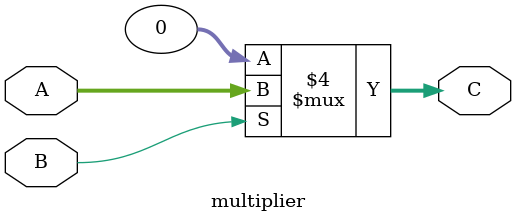
<source format=v>
module multiplier (A, B, C);

    input [31:0] A;
    input B;
    output reg [31:0] C;
    
    always@(A, B)
    begin
        if(B != 0)
            C = A;
        else
            C = 32'b0000_0000_0000_0000_0000_0000_0000_0000;   
    end
    
endmodule
</source>
